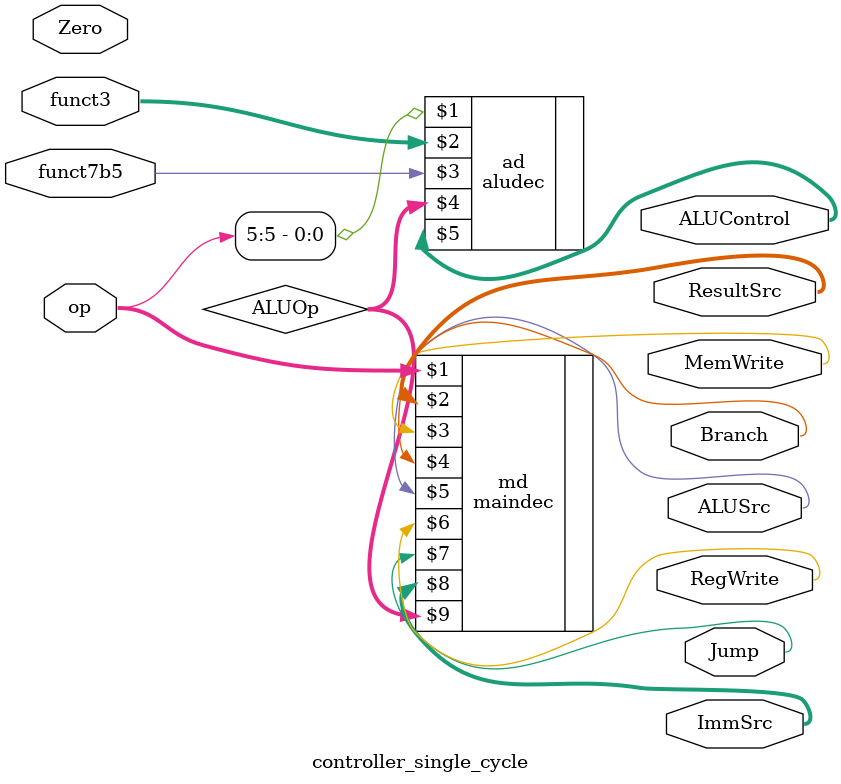
<source format=v>
module controller_single_cycle(
    input   wire [6:0]  op,
    input   wire [2:0]  funct3,
    input   wire        funct7b5,
    input   wire        Zero,
    output  wire [1:0]  ResultSrc,
    output  wire        MemWrite,
    output  wire        ALUSrc,
    output  wire        RegWrite, 
    output  wire        Jump,
    output  wire [2:0]  ImmSrc,
    output  wire [2:0]  ALUControl,
    output  wire        Branch
);

    wire [1:0] ALUOp;

    maindec md(op, ResultSrc, MemWrite, Branch, ALUSrc, RegWrite, Jump, ImmSrc, ALUOp);
    aludec ad(op[5], funct3, funct7b5, ALUOp, ALUControl);

endmodule
</source>
